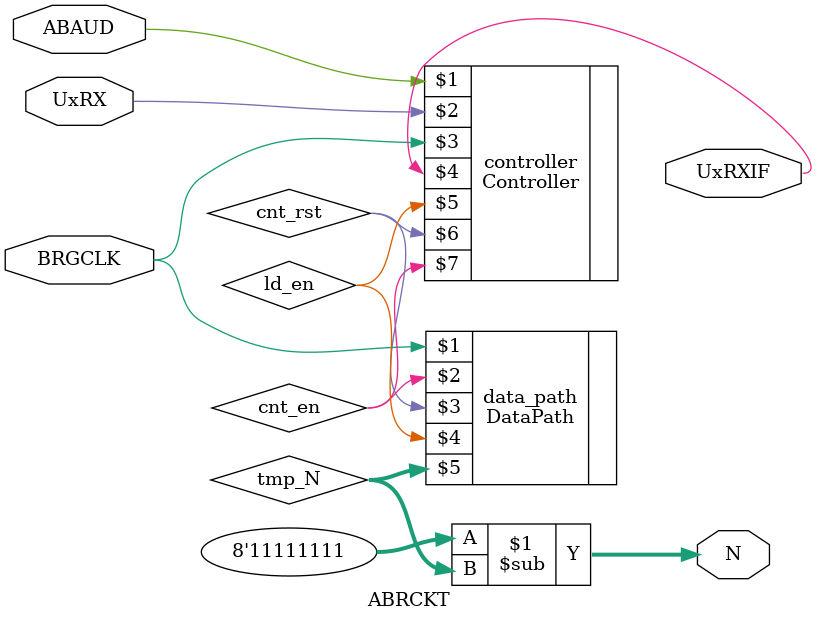
<source format=v>

module ABRCKT(input BRGCLK, ABAUD, UxRX, output UxRXIF, output [7 : 0] N);
	wire ld_en, cnt_rst, cnt_en;
	wire [7 : 0]tmp_N;
	Controller controller(ABAUD, UxRX, BRGCLK, UxRXIF, ld_en, cnt_rst, cnt_en);
	DataPath data_path(BRGCLK, cnt_en, cnt_rst, ld_en, tmp_N);
	assign N = 8'b11111111 - tmp_N;
endmodule
</source>
